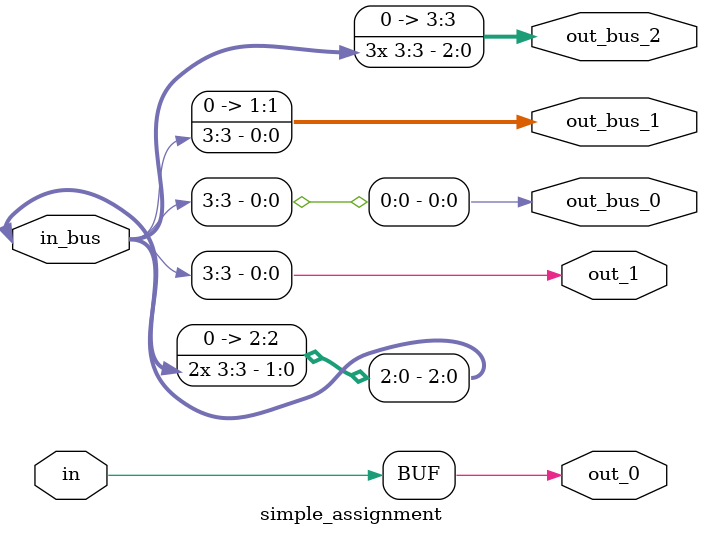
<source format=v>
module simple_assignment (
  input in,
  input [3:0] in_bus,
  output out_0,
  output out_1,
  output [1:0] out_bus_0,
  output [1:0] out_bus_1,
  output [3:0] out_bus_2
);
  // pyverilog: left and right are ast.Identifier.
  assign out_0 = in;
  // pyverilog: left and right are ast.Pointer.
  assign out_bus_0[0] = in_bus[3];
  // pyverilog: left is ast.Identifier, right is ast.Partselect.
  assign out_bus_1 = in_bus[2:1];
  // pyverilog: left is ast.Identifier, right is ast.Concat.
  assign out_bus_2 = {in_bus[2:1], in_bus[3], in_bus[0]};
  // pyverilog: left is ast.LConcat, right is ast.Partselect.
  assign {out_bus_0[0], out_1} = in_bus[1:0];
  // pyverilog: left and right are ast.Partselect.
  assign out_bus_2[3:1] = in_bus[1:0];
endmodule

</source>
